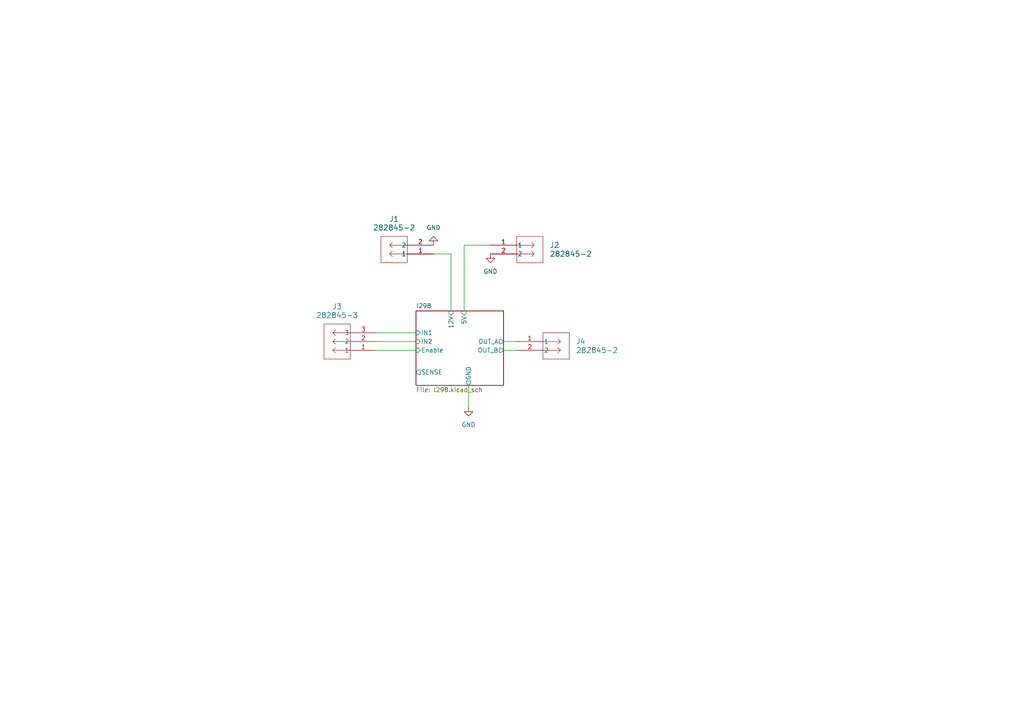
<source format=kicad_sch>
(kicad_sch (version 20230121) (generator eeschema)

  (uuid 171ee9f9-dcb2-4c2f-83e0-3a502de49ed9)

  (paper "A4")

  (lib_symbols
    (symbol "282845_2:282845-2" (pin_names (offset 0.254)) (in_bom yes) (on_board yes)
      (property "Reference" "J" (at 10.16 5.08 0)
        (effects (font (size 1.524 1.524)))
      )
      (property "Value" "282845-2" (at 11.43 5.08 0)
        (effects (font (size 1.524 1.524)))
      )
      (property "Footprint" "CONN2_282845-2_TEC" (at 0 0 0)
        (effects (font (size 1.27 1.27) italic) hide)
      )
      (property "Datasheet" "282845-2" (at 0 0 0)
        (effects (font (size 1.27 1.27) italic) hide)
      )
      (property "ki_locked" "" (at 0 0 0)
        (effects (font (size 1.27 1.27)))
      )
      (property "ki_keywords" "282845-2" (at 0 0 0)
        (effects (font (size 1.27 1.27)) hide)
      )
      (property "ki_fp_filters" "CONN2_282845-2_TEC" (at 0 0 0)
        (effects (font (size 1.27 1.27)) hide)
      )
      (symbol "282845-2_0_1"
        (polyline
          (pts
            (xy 7.62 -5.08)
            (xy 15.24 -5.08)
          )
          (stroke (width 0.127) (type default))
          (fill (type none))
        )
        (polyline
          (pts
            (xy 7.62 -2.54)
            (xy 12.7 -2.54)
          )
          (stroke (width 0.127) (type default))
          (fill (type none))
        )
        (polyline
          (pts
            (xy 7.62 0)
            (xy 12.7 0)
          )
          (stroke (width 0.127) (type default))
          (fill (type none))
        )
        (polyline
          (pts
            (xy 7.62 2.54)
            (xy 7.62 -5.08)
          )
          (stroke (width 0.127) (type default))
          (fill (type none))
        )
        (polyline
          (pts
            (xy 12.7 -2.54)
            (xy 11.938 -3.302)
          )
          (stroke (width 0.127) (type default))
          (fill (type none))
        )
        (polyline
          (pts
            (xy 12.7 -2.54)
            (xy 11.938 -1.778)
          )
          (stroke (width 0.127) (type default))
          (fill (type none))
        )
        (polyline
          (pts
            (xy 12.7 0)
            (xy 11.938 -0.762)
          )
          (stroke (width 0.127) (type default))
          (fill (type none))
        )
        (polyline
          (pts
            (xy 12.7 0)
            (xy 11.938 0.762)
          )
          (stroke (width 0.127) (type default))
          (fill (type none))
        )
        (polyline
          (pts
            (xy 15.24 -5.08)
            (xy 15.24 2.54)
          )
          (stroke (width 0.127) (type default))
          (fill (type none))
        )
        (polyline
          (pts
            (xy 15.24 2.54)
            (xy 7.62 2.54)
          )
          (stroke (width 0.127) (type default))
          (fill (type none))
        )
        (pin unspecified line (at 0 0 0) (length 7.62)
          (name "1" (effects (font (size 1.27 1.27))))
          (number "1" (effects (font (size 1.27 1.27))))
        )
        (pin unspecified line (at 0 -2.54 0) (length 7.62)
          (name "2" (effects (font (size 1.27 1.27))))
          (number "2" (effects (font (size 1.27 1.27))))
        )
      )
    )
    (symbol "282845_3:282845-3" (pin_names (offset 0.254)) (in_bom yes) (on_board yes)
      (property "Reference" "J" (at 10.16 5.08 0)
        (effects (font (size 1.524 1.524)))
      )
      (property "Value" "282845-3" (at 11.43 5.08 0)
        (effects (font (size 1.524 1.524)))
      )
      (property "Footprint" "CONN3_282845-3_TEC" (at 0 0 0)
        (effects (font (size 1.27 1.27) italic) hide)
      )
      (property "Datasheet" "282845-3" (at 0 0 0)
        (effects (font (size 1.27 1.27) italic) hide)
      )
      (property "ki_locked" "" (at 0 0 0)
        (effects (font (size 1.27 1.27)))
      )
      (property "ki_keywords" "282845-3" (at 0 0 0)
        (effects (font (size 1.27 1.27)) hide)
      )
      (property "ki_fp_filters" "CONN3_282845-3_TEC" (at 0 0 0)
        (effects (font (size 1.27 1.27)) hide)
      )
      (symbol "282845-3_0_1"
        (polyline
          (pts
            (xy 7.62 -7.62)
            (xy 15.24 -7.62)
          )
          (stroke (width 0.127) (type default))
          (fill (type none))
        )
        (polyline
          (pts
            (xy 7.62 -5.08)
            (xy 12.7 -5.08)
          )
          (stroke (width 0.127) (type default))
          (fill (type none))
        )
        (polyline
          (pts
            (xy 7.62 -2.54)
            (xy 12.7 -2.54)
          )
          (stroke (width 0.127) (type default))
          (fill (type none))
        )
        (polyline
          (pts
            (xy 7.62 0)
            (xy 12.7 0)
          )
          (stroke (width 0.127) (type default))
          (fill (type none))
        )
        (polyline
          (pts
            (xy 7.62 2.54)
            (xy 7.62 -7.62)
          )
          (stroke (width 0.127) (type default))
          (fill (type none))
        )
        (polyline
          (pts
            (xy 12.7 -5.08)
            (xy 11.938 -5.842)
          )
          (stroke (width 0.127) (type default))
          (fill (type none))
        )
        (polyline
          (pts
            (xy 12.7 -5.08)
            (xy 11.938 -4.318)
          )
          (stroke (width 0.127) (type default))
          (fill (type none))
        )
        (polyline
          (pts
            (xy 12.7 -2.54)
            (xy 11.938 -3.302)
          )
          (stroke (width 0.127) (type default))
          (fill (type none))
        )
        (polyline
          (pts
            (xy 12.7 -2.54)
            (xy 11.938 -1.778)
          )
          (stroke (width 0.127) (type default))
          (fill (type none))
        )
        (polyline
          (pts
            (xy 12.7 0)
            (xy 11.938 -0.762)
          )
          (stroke (width 0.127) (type default))
          (fill (type none))
        )
        (polyline
          (pts
            (xy 12.7 0)
            (xy 11.938 0.762)
          )
          (stroke (width 0.127) (type default))
          (fill (type none))
        )
        (polyline
          (pts
            (xy 15.24 -7.62)
            (xy 15.24 2.54)
          )
          (stroke (width 0.127) (type default))
          (fill (type none))
        )
        (polyline
          (pts
            (xy 15.24 2.54)
            (xy 7.62 2.54)
          )
          (stroke (width 0.127) (type default))
          (fill (type none))
        )
        (pin unspecified line (at 0 0 0) (length 7.62)
          (name "1" (effects (font (size 1.27 1.27))))
          (number "1" (effects (font (size 1.27 1.27))))
        )
        (pin unspecified line (at 0 -2.54 0) (length 7.62)
          (name "2" (effects (font (size 1.27 1.27))))
          (number "2" (effects (font (size 1.27 1.27))))
        )
        (pin unspecified line (at 0 -5.08 0) (length 7.62)
          (name "3" (effects (font (size 1.27 1.27))))
          (number "3" (effects (font (size 1.27 1.27))))
        )
      )
    )
    (symbol "power:GND" (power) (pin_names (offset 0)) (in_bom yes) (on_board yes)
      (property "Reference" "#PWR" (at 0 -6.35 0)
        (effects (font (size 1.27 1.27)) hide)
      )
      (property "Value" "GND" (at 0 -3.81 0)
        (effects (font (size 1.27 1.27)))
      )
      (property "Footprint" "" (at 0 0 0)
        (effects (font (size 1.27 1.27)) hide)
      )
      (property "Datasheet" "" (at 0 0 0)
        (effects (font (size 1.27 1.27)) hide)
      )
      (property "ki_keywords" "global power" (at 0 0 0)
        (effects (font (size 1.27 1.27)) hide)
      )
      (property "ki_description" "Power symbol creates a global label with name \"GND\" , ground" (at 0 0 0)
        (effects (font (size 1.27 1.27)) hide)
      )
      (symbol "GND_0_1"
        (polyline
          (pts
            (xy 0 0)
            (xy 0 -1.27)
            (xy 1.27 -1.27)
            (xy 0 -2.54)
            (xy -1.27 -1.27)
            (xy 0 -1.27)
          )
          (stroke (width 0) (type default))
          (fill (type none))
        )
      )
      (symbol "GND_1_1"
        (pin power_in line (at 0 0 270) (length 0) hide
          (name "GND" (effects (font (size 1.27 1.27))))
          (number "1" (effects (font (size 1.27 1.27))))
        )
      )
    )
  )


  (wire (pts (xy 135.89 111.76) (xy 135.89 118.11))
    (stroke (width 0) (type default))
    (uuid 018ecea7-1531-4627-9dd5-7f6016be4495)
  )
  (wire (pts (xy 130.81 73.66) (xy 130.81 90.17))
    (stroke (width 0) (type default))
    (uuid 06577045-8eeb-40d5-8230-0c87487398dc)
  )
  (wire (pts (xy 142.24 71.12) (xy 134.62 71.12))
    (stroke (width 0) (type default))
    (uuid 3bb22741-9861-402e-bf37-540447b52107)
  )
  (wire (pts (xy 109.22 99.06) (xy 120.65 99.06))
    (stroke (width 0) (type default))
    (uuid 48a08f84-7f61-4974-9421-f4c8131992fe)
  )
  (wire (pts (xy 146.05 101.6) (xy 149.86 101.6))
    (stroke (width 0) (type default))
    (uuid 63e48079-8974-4564-b553-15e407b683d8)
  )
  (wire (pts (xy 109.22 101.6) (xy 120.65 101.6))
    (stroke (width 0) (type default))
    (uuid 83896d6c-913b-429b-b4fc-84445a9f6466)
  )
  (wire (pts (xy 134.62 71.12) (xy 134.62 90.17))
    (stroke (width 0) (type default))
    (uuid 9d41837e-5193-4527-b4ec-e23bd5eb9fb2)
  )
  (wire (pts (xy 125.73 73.66) (xy 130.81 73.66))
    (stroke (width 0) (type default))
    (uuid b5193dfa-e438-4848-8eee-4d1599050ac6)
  )
  (wire (pts (xy 146.05 99.06) (xy 149.86 99.06))
    (stroke (width 0) (type default))
    (uuid ea020963-b50b-441e-a68d-570d7243e2c2)
  )
  (wire (pts (xy 109.22 96.52) (xy 120.65 96.52))
    (stroke (width 0) (type default))
    (uuid ea957e40-f216-4f03-b3c4-48a0f23469f1)
  )

  (symbol (lib_id "282845_2:282845-2") (at 125.73 73.66 180) (unit 1)
    (in_bom yes) (on_board yes) (dnp no) (fields_autoplaced)
    (uuid 1d9eac0f-b920-4025-96fa-488f0951a1cb)
    (property "Reference" "J1" (at 114.3 63.5 0)
      (effects (font (size 1.524 1.524)))
    )
    (property "Value" "282845-2" (at 114.3 66.04 0)
      (effects (font (size 1.524 1.524)))
    )
    (property "Footprint" "CONN2_282845-2_TEC" (at 125.73 73.66 0)
      (effects (font (size 1.27 1.27) italic) hide)
    )
    (property "Datasheet" "282845-2" (at 125.73 73.66 0)
      (effects (font (size 1.27 1.27) italic) hide)
    )
    (pin "1" (uuid f459d229-5b3b-48bc-abc4-3addb34dfade))
    (pin "2" (uuid 138c472a-f5ba-445a-a9bd-1b345cd7b8ef))
    (instances
      (project "l298n"
        (path "/171ee9f9-dcb2-4c2f-83e0-3a502de49ed9"
          (reference "J1") (unit 1)
        )
      )
    )
  )

  (symbol (lib_id "power:GND") (at 142.24 73.66 0) (unit 1)
    (in_bom yes) (on_board yes) (dnp no) (fields_autoplaced)
    (uuid 2240dd81-f13b-4b06-a5da-09ecb0d9f623)
    (property "Reference" "#PWR02" (at 142.24 80.01 0)
      (effects (font (size 1.27 1.27)) hide)
    )
    (property "Value" "GND" (at 142.24 78.74 0)
      (effects (font (size 1.27 1.27)))
    )
    (property "Footprint" "" (at 142.24 73.66 0)
      (effects (font (size 1.27 1.27)) hide)
    )
    (property "Datasheet" "" (at 142.24 73.66 0)
      (effects (font (size 1.27 1.27)) hide)
    )
    (pin "1" (uuid d4488fdc-a347-4f53-b818-f5e323dbbd12))
    (instances
      (project "l298n"
        (path "/171ee9f9-dcb2-4c2f-83e0-3a502de49ed9"
          (reference "#PWR02") (unit 1)
        )
      )
    )
  )

  (symbol (lib_id "282845_2:282845-2") (at 142.24 71.12 0) (unit 1)
    (in_bom yes) (on_board yes) (dnp no) (fields_autoplaced)
    (uuid 6704c136-6ca1-441a-8bfe-93d0d7a00556)
    (property "Reference" "J2" (at 159.385 71.12 0)
      (effects (font (size 1.524 1.524)) (justify left))
    )
    (property "Value" "282845-2" (at 159.385 73.66 0)
      (effects (font (size 1.524 1.524)) (justify left))
    )
    (property "Footprint" "CONN2_282845-2_TEC" (at 142.24 71.12 0)
      (effects (font (size 1.27 1.27) italic) hide)
    )
    (property "Datasheet" "282845-2" (at 142.24 71.12 0)
      (effects (font (size 1.27 1.27) italic) hide)
    )
    (pin "1" (uuid 5344f1d6-e677-4612-9e8a-7f813a1810db))
    (pin "2" (uuid ca409727-d061-404f-bc87-c2f02a6c8d36))
    (instances
      (project "l298n"
        (path "/171ee9f9-dcb2-4c2f-83e0-3a502de49ed9"
          (reference "J2") (unit 1)
        )
      )
    )
  )

  (symbol (lib_id "power:GND") (at 135.89 118.11 0) (unit 1)
    (in_bom yes) (on_board yes) (dnp no) (fields_autoplaced)
    (uuid ad78b09e-2bc0-43d2-b1c5-6e4d440ed9f8)
    (property "Reference" "#PWR01" (at 135.89 124.46 0)
      (effects (font (size 1.27 1.27)) hide)
    )
    (property "Value" "GND" (at 135.89 123.19 0)
      (effects (font (size 1.27 1.27)))
    )
    (property "Footprint" "" (at 135.89 118.11 0)
      (effects (font (size 1.27 1.27)) hide)
    )
    (property "Datasheet" "" (at 135.89 118.11 0)
      (effects (font (size 1.27 1.27)) hide)
    )
    (pin "1" (uuid bdb51388-b4bf-4f44-8751-f267640bc646))
    (instances
      (project "l298n"
        (path "/171ee9f9-dcb2-4c2f-83e0-3a502de49ed9"
          (reference "#PWR01") (unit 1)
        )
      )
    )
  )

  (symbol (lib_id "282845_3:282845-3") (at 109.22 101.6 180) (unit 1)
    (in_bom yes) (on_board yes) (dnp no) (fields_autoplaced)
    (uuid d2d59d93-89e9-4922-808d-0cef1e63501d)
    (property "Reference" "J3" (at 97.79 88.9 0)
      (effects (font (size 1.524 1.524)))
    )
    (property "Value" "282845-3" (at 97.79 91.44 0)
      (effects (font (size 1.524 1.524)))
    )
    (property "Footprint" "CONN3_282845-3_TEC" (at 109.22 101.6 0)
      (effects (font (size 1.27 1.27) italic) hide)
    )
    (property "Datasheet" "282845-3" (at 109.22 101.6 0)
      (effects (font (size 1.27 1.27) italic) hide)
    )
    (pin "1" (uuid 5d1ef41e-a303-4170-bcf2-4598572ea180))
    (pin "2" (uuid d122dd0f-7543-42d2-8cf2-4829b43f499e))
    (pin "3" (uuid 9319fe4e-fb7f-4340-b9c0-10c1867a4225))
    (instances
      (project "l298n"
        (path "/171ee9f9-dcb2-4c2f-83e0-3a502de49ed9"
          (reference "J3") (unit 1)
        )
      )
    )
  )

  (symbol (lib_id "power:GND") (at 125.73 71.12 180) (unit 1)
    (in_bom yes) (on_board yes) (dnp no) (fields_autoplaced)
    (uuid e0fdace6-55a6-4990-a387-8971fc50e0c5)
    (property "Reference" "#PWR03" (at 125.73 64.77 0)
      (effects (font (size 1.27 1.27)) hide)
    )
    (property "Value" "GND" (at 125.73 66.04 0)
      (effects (font (size 1.27 1.27)))
    )
    (property "Footprint" "" (at 125.73 71.12 0)
      (effects (font (size 1.27 1.27)) hide)
    )
    (property "Datasheet" "" (at 125.73 71.12 0)
      (effects (font (size 1.27 1.27)) hide)
    )
    (pin "1" (uuid 3e1558e1-da24-4407-86db-c8470ba5b385))
    (instances
      (project "l298n"
        (path "/171ee9f9-dcb2-4c2f-83e0-3a502de49ed9"
          (reference "#PWR03") (unit 1)
        )
      )
    )
  )

  (symbol (lib_id "282845_2:282845-2") (at 149.86 99.06 0) (unit 1)
    (in_bom yes) (on_board yes) (dnp no) (fields_autoplaced)
    (uuid f62f6939-3703-4bad-8f07-2995b88ac496)
    (property "Reference" "J4" (at 167.005 99.06 0)
      (effects (font (size 1.524 1.524)) (justify left))
    )
    (property "Value" "282845-2" (at 167.005 101.6 0)
      (effects (font (size 1.524 1.524)) (justify left))
    )
    (property "Footprint" "CONN2_282845-2_TEC" (at 149.86 99.06 0)
      (effects (font (size 1.27 1.27) italic) hide)
    )
    (property "Datasheet" "282845-2" (at 149.86 99.06 0)
      (effects (font (size 1.27 1.27) italic) hide)
    )
    (pin "1" (uuid 9cb81426-029e-4759-8a67-2d925454009d))
    (pin "2" (uuid be133af0-b531-453e-9c22-95874d44d959))
    (instances
      (project "l298n"
        (path "/171ee9f9-dcb2-4c2f-83e0-3a502de49ed9"
          (reference "J4") (unit 1)
        )
      )
    )
  )

  (sheet (at 120.65 90.17) (size 25.4 21.59) (fields_autoplaced)
    (stroke (width 0.1524) (type solid))
    (fill (color 0 0 0 0.0000))
    (uuid 95874c61-b48e-47df-975e-26927f4643f6)
    (property "Sheetname" "l298" (at 120.65 89.4584 0)
      (effects (font (size 1.27 1.27)) (justify left bottom))
    )
    (property "Sheetfile" "l298.kicad_sch" (at 120.65 112.3446 0)
      (effects (font (size 1.27 1.27)) (justify left top))
    )
    (pin "OUT_A" output (at 146.05 99.06 0)
      (effects (font (size 1.27 1.27)) (justify right))
      (uuid d7dad761-edc4-431d-9bd6-6bda7dcd2489)
    )
    (pin "OUT_B" output (at 146.05 101.6 0)
      (effects (font (size 1.27 1.27)) (justify right))
      (uuid 56c498d8-cd82-47fc-843e-1a0a4c68bd7f)
    )
    (pin "SENSE" output (at 120.65 107.95 180)
      (effects (font (size 1.27 1.27)) (justify left))
      (uuid 678b8d6f-d041-4c40-82b1-e6b79c60927d)
    )
    (pin "GND" output (at 135.89 111.76 270)
      (effects (font (size 1.27 1.27)) (justify left))
      (uuid e09a736f-064b-43a3-97aa-47bdd6eaa9b1)
    )
    (pin "IN1" input (at 120.65 96.52 180)
      (effects (font (size 1.27 1.27)) (justify left))
      (uuid e46f8a02-5e69-4519-a36a-df7fdb550eb9)
    )
    (pin "IN2" input (at 120.65 99.06 180)
      (effects (font (size 1.27 1.27)) (justify left))
      (uuid 06814e89-3c0b-44d5-a271-a3531c0b5e49)
    )
    (pin "Enable" input (at 120.65 101.6 180)
      (effects (font (size 1.27 1.27)) (justify left))
      (uuid 82b82616-724c-4b06-a079-00867094b711)
    )
    (pin "5V" input (at 134.62 90.17 90)
      (effects (font (size 1.27 1.27)) (justify right))
      (uuid 24809af2-6ac7-48a0-9897-5858fa20a896)
    )
    (pin "12V" input (at 130.81 90.17 90)
      (effects (font (size 1.27 1.27)) (justify right))
      (uuid 9f9013a6-3ba3-48ee-ad2b-3f6238dbe4ea)
    )
    (instances
      (project "l298n"
        (path "/171ee9f9-dcb2-4c2f-83e0-3a502de49ed9" (page "2"))
      )
    )
  )

  (sheet_instances
    (path "/" (page "1"))
  )
)

</source>
